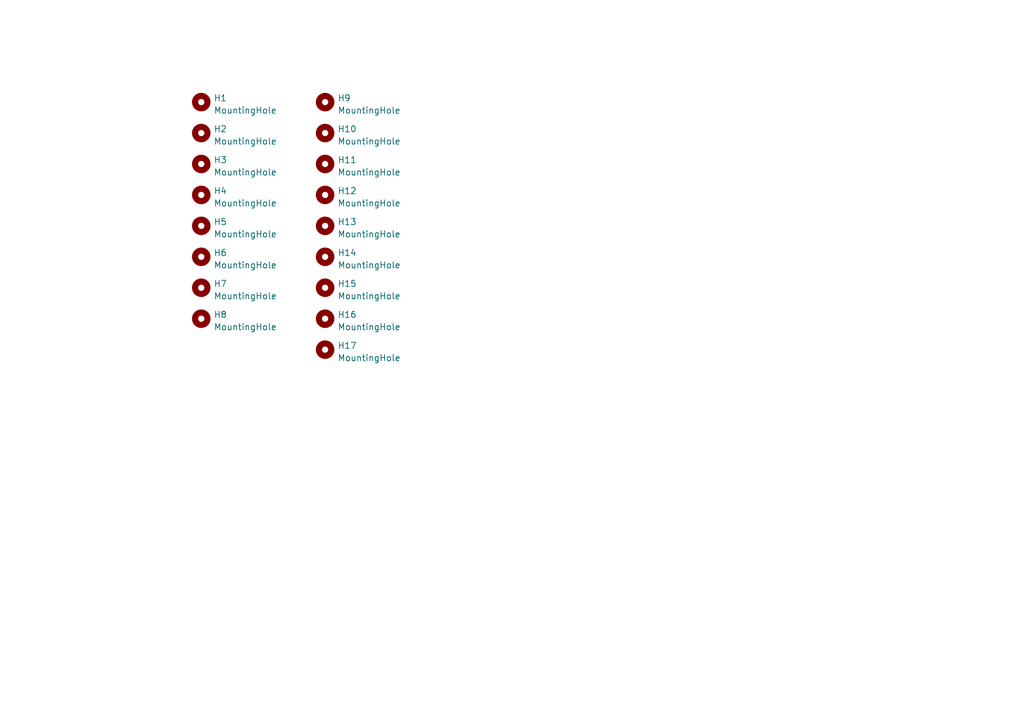
<source format=kicad_sch>
(kicad_sch (version 20230121) (generator eeschema)
  (paper "A5")
  (lib_symbols
    (symbol "Mechanical:MountingHole" (pin_names (offset 1.016))
      (property "Reference" "H" (at 0 5.08 0))
      (property "Value" "MountingHole" (at 0 3.175 0))
      (symbol "MountingHole_0_1"
        (circle (center 0 0) (radius 1.27) (stroke (width 1.27)))
      )
    )
  )
  (symbol (lib_id "Mechanical:MountingHole") (at 66.675 46.355 0) (unit 1)
    (property "Reference" "H13" (at 69.215 45.5203 0) (effects (justify left)))
    (property "Value" "MountingHole" (at 69.215 48.0572 0) (effects (justify left)))
    (property "Footprint" "cipulot_parts:HOLE_M2" (effects hide))
    (instances (project "travaulta revision" (path "" (reference "H13") (unit 1))) (project "EC60" (path "" (reference "H1") (unit 1))))
  )
  (symbol (lib_id "Mechanical:MountingHole") (at 41.275 20.955 0) (unit 1)
    (property "Reference" "H1" (at 43.815 20.1203 0) (effects (justify left)))
    (property "Value" "MountingHole" (at 43.815 22.6572 0) (effects (justify left)))
    (property "Footprint" "cipulot_parts:HOLE_M2" (effects hide))
  )
  (symbol (lib_id "Mechanical:MountingHole") (at 41.275 46.355 0) (unit 1)
    (property "Reference" "H5" (at 43.815 45.5203 0) (effects (justify left)))
    (property "Value" "MountingHole" (at 43.815 48.0572 0) (effects (justify left)))
    (property "Footprint" "cipulot_parts:HOLE_M2" (effects hide))
    (instances (project "travaulta revision" (path "" (reference "H5") (unit 1))) (project "EC60" (path "" (reference "H1") (unit 1))))
  )
  (symbol (lib_id "Mechanical:MountingHole") (at 66.675 65.405 0) (unit 1)
    (property "Reference" "H16" (at 69.215 64.5703 0) (effects (justify left)))
    (property "Value" "MountingHole" (at 69.215 67.1072 0) (effects (justify left)))
    (property "Footprint" "cipulot_parts:HOLE_M2" (effects hide))
    (instances (project "travaulta revision" (path "" (reference "H16") (unit 1))) (project "EC60" (path "" (reference "H1") (unit 1))))
  )
  (symbol (lib_id "Mechanical:MountingHole") (at 41.275 59.055 0) (unit 1)
    (property "Reference" "H7" (at 43.815 58.2203 0) (effects (justify left)))
    (property "Value" "MountingHole" (at 43.815 60.7572 0) (effects (justify left)))
    (property "Footprint" "cipulot_parts:HOLE_M2" (effects hide))
    (instances (project "travaulta revision" (path "" (reference "H7") (unit 1))) (project "EC60" (path "" (reference "H1") (unit 1))))
  )
  (symbol (lib_id "Mechanical:MountingHole") (at 41.275 40.005 0) (unit 1)
    (property "Reference" "H4" (at 43.815 39.1703 0) (effects (justify left)))
    (property "Value" "MountingHole" (at 43.815 41.7072 0) (effects (justify left)))
    (property "Footprint" "cipulot_parts:HOLE_M2" (effects hide))
    (instances (project "travaulta revision" (path "" (reference "H4") (unit 1))) (project "EC60" (path "" (reference "H1") (unit 1))))
  )
  (symbol (lib_id "Mechanical:MountingHole") (at 66.675 20.955 0) (unit 1)
    (property "Reference" "H9" (at 69.215 20.1203 0) (effects (justify left)))
    (property "Value" "MountingHole" (at 69.215 22.6572 0) (effects (justify left)))
    (property "Footprint" "cipulot_parts:HOLE_M2" (effects hide))
    (instances (project "travaulta revision" (path "" (reference "H9") (unit 1))) (project "EC60" (path "" (reference "H1") (unit 1))))
  )
  (symbol (lib_id "Mechanical:MountingHole") (at 41.275 65.405 0) (unit 1)
    (property "Reference" "H8" (at 43.815 64.5703 0) (effects (justify left)))
    (property "Value" "MountingHole" (at 43.815 67.1072 0) (effects (justify left)))
    (property "Footprint" "cipulot_parts:HOLE_M2" (effects hide))
    (instances (project "travaulta revision" (path "" (reference "H8") (unit 1))) (project "EC60" (path "" (reference "H1") (unit 1))))
  )
  (symbol (lib_id "Mechanical:MountingHole") (at 66.675 52.705 0) (unit 1)
    (property "Reference" "H14" (at 69.215 51.8703 0) (effects (justify left)))
    (property "Value" "MountingHole" (at 69.215 54.4072 0) (effects (justify left)))
    (property "Footprint" "cipulot_parts:HOLE_M2" (effects hide))
    (instances (project "travaulta revision" (path "" (reference "H14") (unit 1))) (project "EC60" (path "" (reference "H1") (unit 1))))
  )
  (symbol (lib_id "Mechanical:MountingHole") (at 41.275 33.655 0) (unit 1)
    (property "Reference" "H3" (at 43.815 32.8203 0) (effects (justify left)))
    (property "Value" "MountingHole" (at 43.815 35.3572 0) (effects (justify left)))
    (property "Footprint" "cipulot_parts:HOLE_M2" (effects hide))
    (instances (project "travaulta revision" (path "" (reference "H3") (unit 1))) (project "EC60" (path "" (reference "H1") (unit 1))))
  )
  (symbol (lib_id "Mechanical:MountingHole") (at 66.675 40.005 0) (unit 1)
    (property "Reference" "H12" (at 69.215 39.1703 0) (effects (justify left)))
    (property "Value" "MountingHole" (at 69.215 41.7072 0) (effects (justify left)))
    (property "Footprint" "cipulot_parts:HOLE_M2" (effects hide))
    (instances (project "travaulta revision" (path "" (reference "H12") (unit 1))) (project "EC60" (path "" (reference "H1") (unit 1))))
  )
  (symbol (lib_id "Mechanical:MountingHole") (at 41.275 52.705 0) (unit 1)
    (property "Reference" "H6" (at 43.815 51.8703 0) (effects (justify left)))
    (property "Value" "MountingHole" (at 43.815 54.4072 0) (effects (justify left)))
    (property "Footprint" "cipulot_parts:HOLE_M2" (effects hide))
    (instances (project "travaulta revision" (path "" (reference "H6") (unit 1))) (project "EC60" (path "" (reference "H1") (unit 1))))
  )
  (symbol (lib_id "Mechanical:MountingHole") (at 66.675 27.305 0) (unit 1)
    (property "Reference" "H10" (at 69.215 26.4703 0) (effects (justify left)))
    (property "Value" "MountingHole" (at 69.215 29.0072 0) (effects (justify left)))
    (property "Footprint" "cipulot_parts:HOLE_M2" (effects hide))
    (instances (project "travaulta revision" (path "" (reference "H10") (unit 1))) (project "EC60" (path "" (reference "H1") (unit 1))))
  )
  (symbol (lib_id "Mechanical:MountingHole") (at 66.675 59.055 0) (unit 1)
    (property "Reference" "H15" (at 69.215 58.2203 0) (effects (justify left)))
    (property "Value" "MountingHole" (at 69.215 60.7572 0) (effects (justify left)))
    (property "Footprint" "cipulot_parts:HOLE_M2" (effects hide))
    (instances (project "travaulta revision" (path "" (reference "H15") (unit 1))) (project "EC60" (path "" (reference "H1") (unit 1))))
  )
  (symbol (lib_id "Mechanical:MountingHole") (at 66.675 71.755 0) (unit 1)
    (property "Reference" "H17" (at 69.215 70.9203 0) (effects (justify left)))
    (property "Value" "MountingHole" (at 69.215 73.4572 0) (effects (justify left)))
    (property "Footprint" "cipulot_parts:HOLE_M2" (effects hide))
    (instances (project "travaulta revision" (path "" (reference "H17") (unit 1))) (project "EC60" (path "" (reference "H1") (unit 1))))
  )
  (symbol (lib_id "Mechanical:MountingHole") (at 66.675 33.655 0) (unit 1)
    (property "Reference" "H11" (at 69.215 32.8203 0) (effects (justify left)))
    (property "Value" "MountingHole" (at 69.215 35.3572 0) (effects (justify left)))
    (property "Footprint" "cipulot_parts:HOLE_M2" (effects hide))
    (instances (project "travaulta revision" (path "" (reference "H11") (unit 1))) (project "EC60" (path "" (reference "H1") (unit 1))))
  )
  (symbol (lib_id "Mechanical:MountingHole") (at 41.275 27.305 0) (unit 1)
    (property "Reference" "H2" (at 43.815 26.4703 0) (effects (justify left)))
    (property "Value" "MountingHole" (at 43.815 29.0072 0) (effects (justify left)))
    (property "Footprint" "cipulot_parts:HOLE_M2" (effects hide))
    (instances (project "travaulta revision" (path "" (reference "H2") (unit 1))) (project "EC60" (path "" (reference "H1") (unit 1))))
  )
)
</source>
